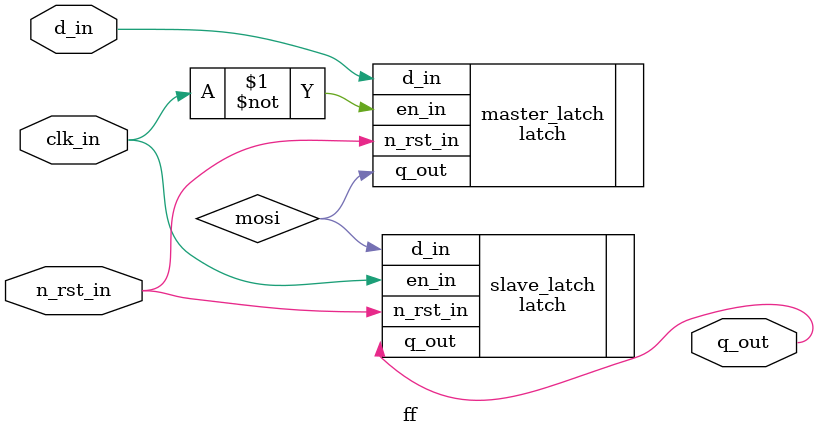
<source format=v>
`default_nettype none
`include "latch.v"

module ff (
    clk_in,
    d_in,
    n_rst_in,
    q_out
);

    input wire clk_in;
    input wire d_in;
    input wire n_rst_in;

    output reg q_out;

    // Internal signals
    wire mosi;

    latch master_latch(
        .en_in      (~clk_in),
        .d_in       (d_in),
        .n_rst_in   (n_rst_in),
        .q_out      (mosi)
    );

    latch slave_latch(
        .en_in      (clk_in),
        .d_in       (mosi),
        .n_rst_in   (n_rst_in),
        .q_out      (q_out)
    );

endmodule

</source>
